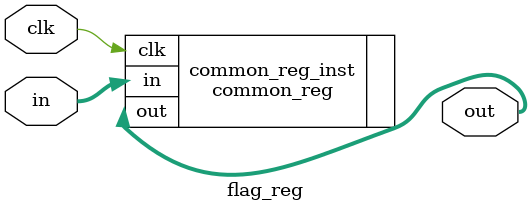
<source format=sv>
module flag_reg(clk,in,out);
	input				clk;
	input[15:0]		in;
	output[15:0]	out;
	common_reg#(16) common_reg_inst(.clk(clk),.in(in),.out(out));
endmodule
</source>
